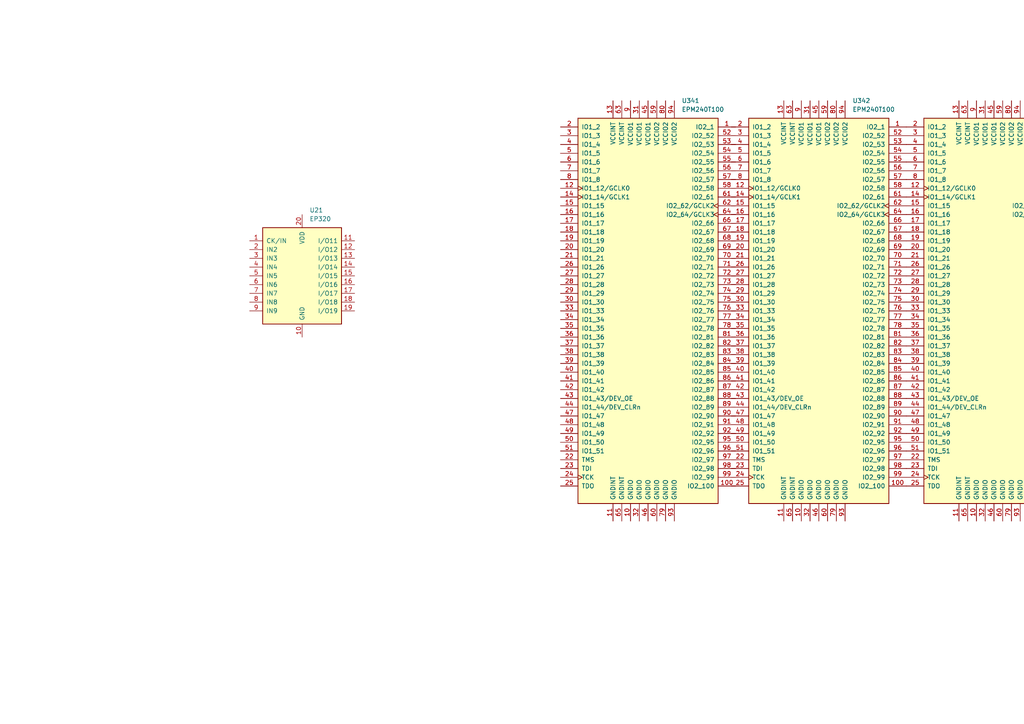
<source format=kicad_sch>
(kicad_sch (version 20250114) (generator "eeschema") (generator_version "9.0")
  (paper "A4")
  (lib_symbols
    (symbol "CPLD_Altera:EP320" (pin_names (offset 1.016))
      (property "Reference" "U" (at -2.54 17.145 0))
      (property "Value" "EP320" (at -2.54 15.24 0))
      (symbol "EP320_0_1"
        (rectangle (start -11.43 -13.97) (end 11.43 13.97) (stroke (width 0.254)) (fill (type background)))
      )
      (symbol "EP320_1_1"
        (pin input line (at -15.24 10.16 0) (length 3.81) (name "CK/IN") (number "1"))
        (pin input line (at -15.24 7.62 0) (length 3.81) (name "IN2") (number "2"))
        (pin input line (at -15.24 5.08 0) (length 3.81) (name "IN3") (number "3"))
        (pin input line (at -15.24 2.54 0) (length 3.81) (name "IN4") (number "4"))
        (pin input line (at -15.24 0 0) (length 3.81) (name "IN5") (number "5"))
        (pin input line (at -15.24 -2.54 0) (length 3.81) (name "IN6") (number "6"))
        (pin input line (at -15.24 -5.08 0) (length 3.81) (name "IN7") (number "7"))
        (pin input line (at -15.24 -7.62 0) (length 3.81) (name "IN8") (number "8"))
        (pin input line (at -15.24 -10.16 0) (length 3.81) (name "IN9") (number "9"))
        (pin power_in line (at 0 17.78 270) (length 3.81) (name "VDD") (number "20"))
        (pin power_in line (at 0 -17.78 90) (length 3.81) (name "GND") (number "10"))
        (pin bidirectional line (at 15.24 10.16 180) (length 3.81) (name "I/O11") (number "11"))
        (pin bidirectional line (at 15.24 7.62 180) (length 3.81) (name "I/O12") (number "12"))
        (pin bidirectional line (at 15.24 5.08 180) (length 3.81) (name "I/O13") (number "13"))
        (pin bidirectional line (at 15.24 2.54 180) (length 3.81) (name "I/O14") (number "14"))
        (pin bidirectional line (at 15.24 0 180) (length 3.81) (name "I/O15") (number "15"))
        (pin bidirectional line (at 15.24 -2.54 180) (length 3.81) (name "I/O16") (number "16"))
        (pin bidirectional line (at 15.24 -5.08 180) (length 3.81) (name "I/O17") (number "17"))
        (pin bidirectional line (at 15.24 -7.62 180) (length 3.81) (name "I/O18") (number "18"))
        (pin bidirectional line (at 15.24 -10.16 180) (length 3.81) (name "I/O19") (number "19"))
      )
    )
    (symbol "CPLD_Altera:EPM240T100" (pin_names (offset 1.016))
      (property "Reference" "U" (at 10.16 57.15 0))
      (property "Value" "EPM240T100" (at 10.16 -57.15 0))
      (symbol "EPM240T100_1_1"
        (rectangle (start -20.32 55.88) (end 20.32 -55.88) (stroke (width 0.254)) (fill (type background)))
        (pin bidirectional line (at -25.4 53.34 0) (length 5.08) (name "IO1_2") (number "2"))
        (pin bidirectional line (at -25.4 50.8 0) (length 5.08) (name "IO1_3") (number "3"))
        (pin bidirectional line (at -25.4 48.26 0) (length 5.08) (name "IO1_4") (number "4"))
        (pin bidirectional line (at -25.4 45.72 0) (length 5.08) (name "IO1_5") (number "5"))
        (pin bidirectional line (at -25.4 43.18 0) (length 5.08) (name "IO1_6") (number "6"))
        (pin bidirectional line (at -25.4 40.64 0) (length 5.08) (name "IO1_7") (number "7"))
        (pin bidirectional line (at -25.4 38.1 0) (length 5.08) (name "IO1_8") (number "8"))
        (pin bidirectional clock (at -25.4 35.56 0) (length 5.08) (name "IO1_12/GCLK0") (number "12"))
        (pin bidirectional clock (at -25.4 33.02 0) (length 5.08) (name "IO1_14/GCLK1") (number "14"))
        (pin bidirectional line (at -25.4 30.48 0) (length 5.08) (name "IO1_15") (number "15"))
        (pin bidirectional line (at -25.4 27.94 0) (length 5.08) (name "IO1_16") (number "16"))
        (pin bidirectional line (at -25.4 25.4 0) (length 5.08) (name "IO1_17") (number "17"))
        (pin bidirectional line (at -25.4 22.86 0) (length 5.08) (name "IO1_18") (number "18"))
        (pin bidirectional line (at -25.4 20.32 0) (length 5.08) (name "IO1_19") (number "19"))
        (pin bidirectional line (at -25.4 17.78 0) (length 5.08) (name "IO1_20") (number "20"))
        (pin bidirectional line (at -25.4 15.24 0) (length 5.08) (name "IO1_21") (number "21"))
        (pin bidirectional line (at -25.4 12.7 0) (length 5.08) (name "IO1_26") (number "26"))
        (pin bidirectional line (at -25.4 10.16 0) (length 5.08) (name "IO1_27") (number "27"))
        (pin bidirectional line (at -25.4 7.62 0) (length 5.08) (name "IO1_28") (number "28"))
        (pin bidirectional line (at -25.4 5.08 0) (length 5.08) (name "IO1_29") (number "29"))
        (pin bidirectional line (at -25.4 2.54 0) (length 5.08) (name "IO1_30") (number "30"))
        (pin bidirectional line (at -25.4 0 0) (length 5.08) (name "IO1_33") (number "33"))
        (pin bidirectional line (at -25.4 -2.54 0) (length 5.08) (name "IO1_34") (number "34"))
        (pin bidirectional line (at -25.4 -5.08 0) (length 5.08) (name "IO1_35") (number "35"))
        (pin bidirectional line (at -25.4 -7.62 0) (length 5.08) (name "IO1_36") (number "36"))
        (pin bidirectional line (at -25.4 -10.16 0) (length 5.08) (name "IO1_37") (number "37"))
        (pin bidirectional line (at -25.4 -12.7 0) (length 5.08) (name "IO1_38") (number "38"))
        (pin bidirectional line (at -25.4 -15.24 0) (length 5.08) (name "IO1_39") (number "39"))
        (pin bidirectional line (at -25.4 -17.78 0) (length 5.08) (name "IO1_40") (number "40"))
        (pin bidirectional line (at -25.4 -20.32 0) (length 5.08) (name "IO1_41") (number "41"))
        (pin bidirectional line (at -25.4 -22.86 0) (length 5.08) (name "IO1_42") (number "42"))
        (pin bidirectional line (at -25.4 -25.4 0) (length 5.08) (name "IO1_43/DEV_OE") (number "43"))
        (pin bidirectional line (at -25.4 -27.94 0) (length 5.08) (name "IO1_44/DEV_CLRn") (number "44"))
        (pin bidirectional line (at -25.4 -30.48 0) (length 5.08) (name "IO1_47") (number "47"))
        (pin bidirectional line (at -25.4 -33.02 0) (length 5.08) (name "IO1_48") (number "48"))
        (pin bidirectional line (at -25.4 -35.56 0) (length 5.08) (name "IO1_49") (number "49"))
        (pin bidirectional line (at -25.4 -38.1 0) (length 5.08) (name "IO1_50") (number "50"))
        (pin bidirectional line (at -25.4 -40.64 0) (length 5.08) (name "IO1_51") (number "51"))
        (pin input line (at -25.4 -43.18 0) (length 5.08) (name "TMS") (number "22"))
        (pin input line (at -25.4 -45.72 0) (length 5.08) (name "TDI") (number "23"))
        (pin input clock (at -25.4 -48.26 0) (length 5.08) (name "TCK") (number "24"))
        (pin output line (at -25.4 -50.8 0) (length 5.08) (name "TDO") (number "25"))
        (pin power_in line (at -10.16 60.96 270) (length 5.08) (name "VCCINT") (number "13"))
        (pin power_in line (at -10.16 -60.96 90) (length 5.08) (name "GNDINT") (number "11"))
        (pin power_in line (at -7.62 60.96 270) (length 5.08) (name "VCCINT") (number "63"))
        (pin power_in line (at -7.62 -60.96 90) (length 5.08) (name "GNDINT") (number "65"))
        (pin power_in line (at -5.08 60.96 270) (length 5.08) (name "VCCIO1") (number "9"))
        (pin power_in line (at -5.08 -60.96 90) (length 5.08) (name "GNDIO") (number "10"))
        (pin power_in line (at -2.54 60.96 270) (length 5.08) (name "VCCIO1") (number "31"))
        (pin power_in line (at -2.54 -60.96 90) (length 5.08) (name "GNDIO") (number "32"))
        (pin power_in line (at 0 60.96 270) (length 5.08) (name "VCCIO1") (number "45"))
        (pin power_in line (at 0 -60.96 90) (length 5.08) (name "GNDIO") (number "46"))
        (pin power_in line (at 2.54 60.96 270) (length 5.08) (name "VCCIO2") (number "59"))
        (pin power_in line (at 2.54 -60.96 90) (length 5.08) (name "GNDIO") (number "60"))
        (pin power_in line (at 5.08 60.96 270) (length 5.08) (name "VCCIO2") (number "80"))
        (pin power_in line (at 5.08 -60.96 90) (length 5.08) (name "GNDIO") (number "79"))
        (pin power_in line (at 7.62 60.96 270) (length 5.08) (name "VCCIO2") (number "94"))
        (pin power_in line (at 7.62 -60.96 90) (length 5.08) (name "GNDIO") (number "93"))
        (pin bidirectional line (at 25.4 53.34 180) (length 5.08) (name "IO2_1") (number "1"))
        (pin bidirectional line (at 25.4 50.8 180) (length 5.08) (name "IO2_52") (number "52"))
        (pin bidirectional line (at 25.4 48.26 180) (length 5.08) (name "IO2_53") (number "53"))
        (pin bidirectional line (at 25.4 45.72 180) (length 5.08) (name "IO2_54") (number "54"))
        (pin bidirectional line (at 25.4 43.18 180) (length 5.08) (name "IO2_55") (number "55"))
        (pin bidirectional line (at 25.4 40.64 180) (length 5.08) (name "IO2_56") (number "56"))
        (pin bidirectional line (at 25.4 38.1 180) (length 5.08) (name "IO2_57") (number "57"))
        (pin bidirectional line (at 25.4 35.56 180) (length 5.08) (name "IO2_58") (number "58"))
        (pin bidirectional line (at 25.4 33.02 180) (length 5.08) (name "IO2_61") (number "61"))
        (pin bidirectional clock (at 25.4 30.48 180) (length 5.08) (name "IO2_62/GCLK2") (number "62"))
        (pin bidirectional clock (at 25.4 27.94 180) (length 5.08) (name "IO2_64/GCLK3") (number "64"))
        (pin bidirectional line (at 25.4 25.4 180) (length 5.08) (name "IO2_66") (number "66"))
        (pin bidirectional line (at 25.4 22.86 180) (length 5.08) (name "IO2_67") (number "67"))
        (pin bidirectional line (at 25.4 20.32 180) (length 5.08) (name "IO2_68") (number "68"))
        (pin bidirectional line (at 25.4 17.78 180) (length 5.08) (name "IO2_69") (number "69"))
        (pin bidirectional line (at 25.4 15.24 180) (length 5.08) (name "IO2_70") (number "70"))
        (pin bidirectional line (at 25.4 12.7 180) (length 5.08) (name "IO2_71") (number "71"))
        (pin bidirectional line (at 25.4 10.16 180) (length 5.08) (name "IO2_72") (number "72"))
        (pin bidirectional line (at 25.4 7.62 180) (length 5.08) (name "IO2_73") (number "73"))
        (pin bidirectional line (at 25.4 5.08 180) (length 5.08) (name "IO2_74") (number "74"))
        (pin bidirectional line (at 25.4 2.54 180) (length 5.08) (name "IO2_75") (number "75"))
        (pin bidirectional line (at 25.4 0 180) (length 5.08) (name "IO2_76") (number "76"))
        (pin bidirectional line (at 25.4 -2.54 180) (length 5.08) (name "IO2_77") (number "77"))
        (pin bidirectional line (at 25.4 -5.08 180) (length 5.08) (name "IO2_78") (number "78"))
        (pin bidirectional line (at 25.4 -7.62 180) (length 5.08) (name "IO2_81") (number "81"))
        (pin bidirectional line (at 25.4 -10.16 180) (length 5.08) (name "IO2_82") (number "82"))
        (pin bidirectional line (at 25.4 -12.7 180) (length 5.08) (name "IO2_83") (number "83"))
        (pin bidirectional line (at 25.4 -15.24 180) (length 5.08) (name "IO2_84") (number "84"))
        (pin bidirectional line (at 25.4 -17.78 180) (length 5.08) (name "IO2_85") (number "85"))
        (pin bidirectional line (at 25.4 -20.32 180) (length 5.08) (name "IO2_86") (number "86"))
        (pin bidirectional line (at 25.4 -22.86 180) (length 5.08) (name "IO2_87") (number "87"))
        (pin bidirectional line (at 25.4 -25.4 180) (length 5.08) (name "IO2_88") (number "88"))
        (pin bidirectional line (at 25.4 -27.94 180) (length 5.08) (name "IO2_89") (number "89"))
        (pin bidirectional line (at 25.4 -30.48 180) (length 5.08) (name "IO2_90") (number "90"))
        (pin bidirectional line (at 25.4 -33.02 180) (length 5.08) (name "IO2_91") (number "91"))
        (pin bidirectional line (at 25.4 -35.56 180) (length 5.08) (name "IO2_92") (number "92"))
        (pin bidirectional line (at 25.4 -38.1 180) (length 5.08) (name "IO2_95") (number "95"))
        (pin bidirectional line (at 25.4 -40.64 180) (length 5.08) (name "IO2_96") (number "96"))
        (pin bidirectional line (at 25.4 -43.18 180) (length 5.08) (name "IO2_97") (number "97"))
        (pin bidirectional line (at 25.4 -45.72 180) (length 5.08) (name "IO2_98") (number "98"))
        (pin bidirectional line (at 25.4 -48.26 180) (length 5.08) (name "IO2_99") (number "99"))
        (pin bidirectional line (at 25.4 -50.8 180) (length 5.08) (name "IO2_100") (number "100"))
      )
    )
  )
  (symbol (lib_id "CPLD_Altera:EP320") (at 87.63 80.01 0) (unit 1)
    (property "Reference" "U21" (at 89.7733 60.96 0) (effects (justify left)))
    (property "Value" "EP320" (at 89.7733 63.5 0) (effects (justify left)))
    (property "Description" "EPLD" (effects (hide yes)))
  )
  (symbol (lib_id "CPLD_Altera:EPM240T100") (at 339.09 90.17 0) (unit 1)
    (property "Reference" "U344" (at 348.8533 29.21 0) (effects (justify left)))
    (property "Value" "EPM240T100" (at 348.8533 31.75 0) (effects (justify left)))
    (property "Footprint" "Package_QFP:LQFP-100_14x14mm_P0.5mm" (effects (hide yes)))
    (property "Datasheet" "https://www.altera.com/content/dam/altera-www/global/en_US/pdfs/literature/hb/max2/max2_mii5v1.pdf" (effects (hide yes)))
    (property "Description" "Altera MAX2 CPLD with 240 LE" (effects (hide yes)))
  )
  (symbol (lib_id "CPLD_Altera:EPM240T100") (at 237.49 90.17 0) (unit 1)
    (property "Reference" "U342" (at 247.2533 29.21 0) (effects (justify left)))
    (property "Value" "EPM240T100" (at 247.2533 31.75 0) (effects (justify left)))
    (property "Footprint" "Package_QFP:LQFP-100_14x14mm_P0.5mm" (effects (hide yes)))
    (property "Datasheet" "https://www.altera.com/content/dam/altera-www/global/en_US/pdfs/literature/hb/max2/max2_mii5v1.pdf" (effects (hide yes)))
    (property "Description" "Altera MAX2 CPLD with 240 LE" (effects (hide yes)))
  )
  (symbol (lib_id "CPLD_Altera:EPM240T100") (at 288.29 90.17 0) (unit 1)
    (property "Reference" "U343" (at 298.0533 29.21 0) (effects (justify left)))
    (property "Value" "EPM240T100" (at 298.0533 31.75 0) (effects (justify left)))
    (property "Footprint" "Package_QFP:LQFP-100_14x14mm_P0.5mm" (effects (hide yes)))
    (property "Datasheet" "https://www.altera.com/content/dam/altera-www/global/en_US/pdfs/literature/hb/max2/max2_mii5v1.pdf" (effects (hide yes)))
    (property "Description" "Altera MAX2 CPLD with 240 LE" (effects (hide yes)))
  )
  (symbol (lib_id "CPLD_Altera:EPM240T100") (at 389.89 90.17 0) (unit 1)
    (property "Reference" "U345" (at 399.6533 29.21 0) (effects (justify left)))
    (property "Value" "EPM240T100" (at 399.6533 31.75 0) (effects (justify left)))
    (property "Footprint" "Package_QFP:LQFP-100_14x14mm_P0.5mm" (effects (hide yes)))
    (property "Datasheet" "https://www.altera.com/content/dam/altera-www/global/en_US/pdfs/literature/hb/max2/max2_mii5v1.pdf" (effects (hide yes)))
    (property "Description" "Altera MAX2 CPLD with 240 LE" (effects (hide yes)))
  )
  (symbol (lib_id "CPLD_Altera:EPM240T100") (at 187.96 90.17 0) (unit 1)
    (property "Reference" "U341" (at 197.7233 29.21 0) (effects (justify left)))
    (property "Value" "EPM240T100" (at 197.7233 31.75 0) (effects (justify left)))
    (property "Footprint" "Package_QFP:LQFP-100_14x14mm_P0.5mm" (effects (hide yes)))
    (property "Datasheet" "https://www.altera.com/content/dam/altera-www/global/en_US/pdfs/literature/hb/max2/max2_mii5v1.pdf" (effects (hide yes)))
    (property "Description" "Altera MAX2 CPLD with 240 LE" (effects (hide yes)))
  )
)
</source>
